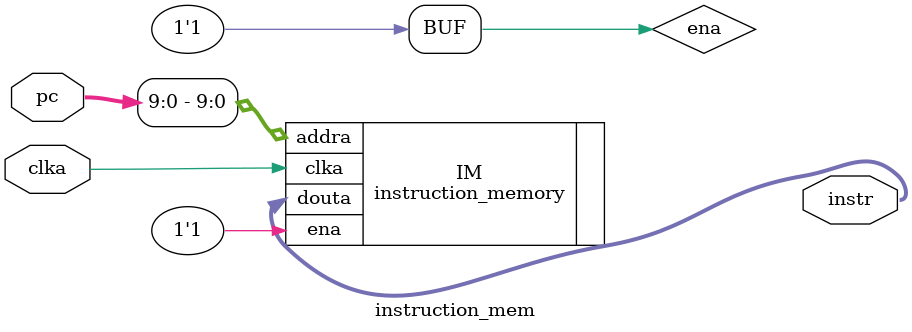
<source format=v>
module instruction_mem(
    input clka,
    input [31:0] pc,
    output [31:0] instr
);
    
    wire ena, wea;
    
    assign ena = 1;
    
    instruction_memory IM(
        .addra(pc[9:0]),
        .douta(instr),
        .ena(ena),
        .clka(clka)
    );

endmodule



</source>
